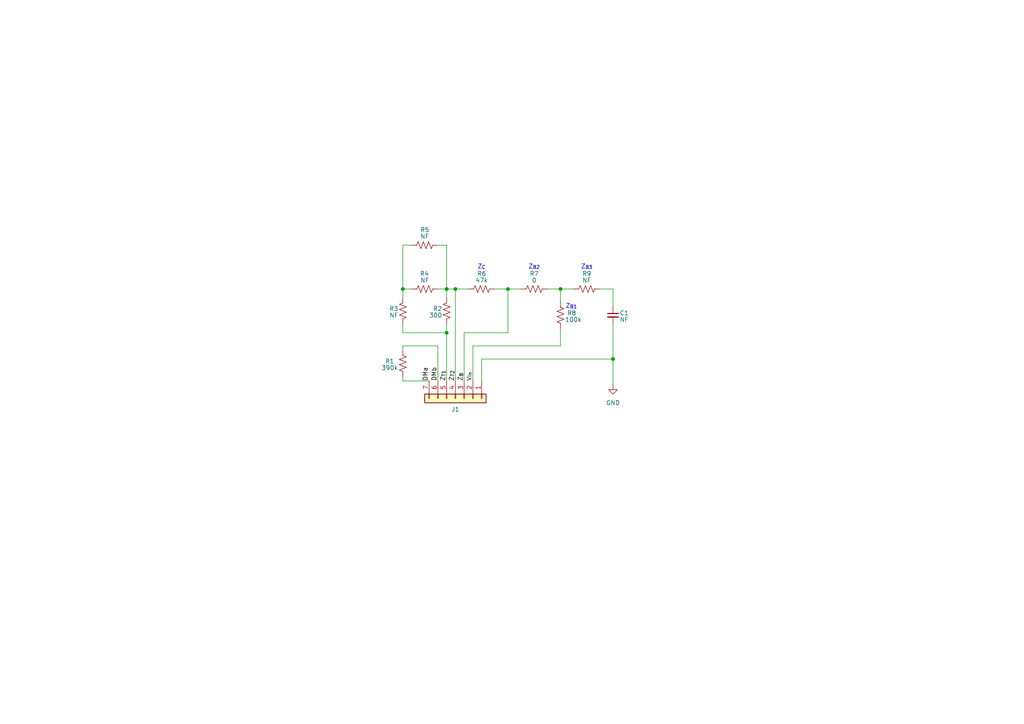
<source format=kicad_sch>
(kicad_sch (version 20231120) (generator "eeschema") (generator_version "8.0")
  (paper "A4")
  (lib_symbols
    (symbol "Connector_Generic:Conn_01x07" (pin_names (offset 1.016) hide)
      (property "Reference" "J" (at 0 10.16 0))
      (property "Value" "Conn_01x07" (at 0 -10.16 0))
      (symbol "Conn_01x07_1_1"
        (rectangle (start -1.27 -7.493) (end 0 -7.747) (stroke (width 0.1524)))
        (rectangle (start -1.27 -4.953) (end 0 -5.207) (stroke (width 0.1524)))
        (rectangle (start -1.27 -2.413) (end 0 -2.667) (stroke (width 0.1524)))
        (rectangle (start -1.27 0.127) (end 0 -0.127) (stroke (width 0.1524)))
        (rectangle (start -1.27 2.667) (end 0 2.413) (stroke (width 0.1524)))
        (rectangle (start -1.27 5.207) (end 0 4.953) (stroke (width 0.1524)))
        (rectangle (start -1.27 7.747) (end 0 7.493) (stroke (width 0.1524)))
        (rectangle (start -1.27 8.89) (end 1.27 -8.89) (stroke (width 0.254)) (fill (type background)))
        (pin passive line (at -5.08 7.62 0) (length 3.81) (name "Pin_1") (number "1"))
        (pin passive line (at -5.08 5.08 0) (length 3.81) (name "Pin_2") (number "2"))
        (pin passive line (at -5.08 2.54 0) (length 3.81) (name "Pin_3") (number "3"))
        (pin passive line (at -5.08 0 0) (length 3.81) (name "Pin_4") (number "4"))
        (pin passive line (at -5.08 -2.54 0) (length 3.81) (name "Pin_5") (number "5"))
        (pin passive line (at -5.08 -5.08 0) (length 3.81) (name "Pin_6") (number "6"))
        (pin passive line (at -5.08 -7.62 0) (length 3.81) (name "Pin_7") (number "7"))
      )
    )
    (symbol "Device:C_Small" (pin_numbers hide) (pin_names (offset 0.254) hide)
      (property "Reference" "C" (at 0.254 1.778 0))
      (property "Value" "C_Small" (at 0.254 -2.032 0))
      (symbol "C_Small_0_1"
        (polyline (pts (xy -1.524 -0.508) (xy 1.524 -0.508)) (stroke (width 0.3302)))
        (polyline (pts (xy -1.524 0.508) (xy 1.524 0.508)) (stroke (width 0.3048)))
      )
      (symbol "C_Small_1_1"
        (pin passive line (at 0 2.54 270) (length 2.032) (name "~") (number "1"))
        (pin passive line (at 0 -2.54 90) (length 2.032) (name "~") (number "2"))
      )
    )
    (symbol "Device:R_US" (pin_numbers hide) (pin_names (offset 0))
      (property "Reference" "R" (at 2.54 0 90))
      (property "Value" "R_US" (at -2.54 0 90))
      (symbol "R_US_0_1"
        (polyline (pts (xy 0 -2.286) (xy 0 -2.54)))
        (polyline (pts (xy 0 2.286) (xy 0 2.54)))
        (polyline (pts (xy 0 -0.762) (xy 1.016 -1.143) (xy 0 -1.524) (xy -1.016 -1.905) (xy 0 -2.286)))
        (polyline (pts (xy 0 0.762) (xy 1.016 0.381) (xy 0 0) (xy -1.016 -0.381) (xy 0 -0.762)))
        (polyline (pts (xy 0 2.286) (xy 1.016 1.905) (xy 0 1.524) (xy -1.016 1.143) (xy 0 0.762)))
      )
      (symbol "R_US_1_1"
        (pin passive line (at 0 3.81 270) (length 1.27) (name "~") (number "1"))
        (pin passive line (at 0 -3.81 90) (length 1.27) (name "~") (number "2"))
      )
    )
    (symbol "power:GND" (power) (pin_numbers hide) (pin_names (offset 0) hide)
      (property "Value" "GND" (at 0 -3.81 0))
      (symbol "GND_0_1"
        (polyline (pts (xy 0 0) (xy 0 -1.27) (xy 1.27 -1.27) (xy 0 -2.54) (xy -1.27 -1.27) (xy 0 -1.27)))
      )
      (symbol "GND_1_1"
        (pin power_in line (at 0 0 270) (length 0) (name "~") (number "1"))
      )
    )
  )
  (junction (at 162.56 83.82))
  (junction (at 116.84 83.82))
  (junction (at 129.54 83.82))
  (junction (at 129.54 96.52))
  (junction (at 132.08 83.82))
  (junction (at 177.8 104.14))
  (junction (at 147.32 83.82))
  (wire (pts (xy 129.54 93.98) (xy 129.54 96.52)))
  (wire (pts (xy 177.8 104.14) (xy 177.8 111.76)))
  (wire (pts (xy 116.84 101.6) (xy 116.84 100.33)))
  (wire (pts (xy 127 100.33) (xy 127 110.49)))
  (wire (pts (xy 147.32 96.52) (xy 134.62 96.52)))
  (wire (pts (xy 116.84 96.52) (xy 129.54 96.52)))
  (wire (pts (xy 116.84 100.33) (xy 127 100.33)))
  (wire (pts (xy 162.56 83.82) (xy 162.56 87.63)))
  (wire (pts (xy 116.84 110.49) (xy 116.84 109.22)))
  (wire (pts (xy 147.32 83.82) (xy 151.13 83.82)))
  (wire (pts (xy 139.7 104.14) (xy 139.7 110.49)))
  (wire (pts (xy 177.8 83.82) (xy 173.99 83.82)))
  (wire (pts (xy 137.16 100.33) (xy 162.56 100.33)))
  (wire (pts (xy 127 83.82) (xy 129.54 83.82)))
  (wire (pts (xy 116.84 71.12) (xy 119.38 71.12)))
  (wire (pts (xy 162.56 83.82) (xy 166.37 83.82)))
  (wire (pts (xy 116.84 71.12) (xy 116.84 83.82)))
  (wire (pts (xy 177.8 104.14) (xy 139.7 104.14)))
  (wire (pts (xy 143.51 83.82) (xy 147.32 83.82)))
  (wire (pts (xy 129.54 83.82) (xy 132.08 83.82)))
  (wire (pts (xy 177.8 88.9) (xy 177.8 83.82)))
  (wire (pts (xy 132.08 83.82) (xy 135.89 83.82)))
  (wire (pts (xy 162.56 95.25) (xy 162.56 100.33)))
  (wire (pts (xy 132.08 83.82) (xy 132.08 110.49)))
  (wire (pts (xy 134.62 96.52) (xy 134.62 110.49)))
  (wire (pts (xy 129.54 71.12) (xy 127 71.12)))
  (wire (pts (xy 129.54 71.12) (xy 129.54 83.82)))
  (wire (pts (xy 147.32 83.82) (xy 147.32 96.52)))
  (wire (pts (xy 158.75 83.82) (xy 162.56 83.82)))
  (wire (pts (xy 129.54 96.52) (xy 129.54 110.49)))
  (wire (pts (xy 116.84 93.98) (xy 116.84 96.52)))
  (wire (pts (xy 116.84 83.82) (xy 119.38 83.82)))
  (wire (pts (xy 129.54 83.82) (xy 129.54 86.36)))
  (wire (pts (xy 116.84 110.49) (xy 124.46 110.49)))
  (wire (pts (xy 137.16 110.49) (xy 137.16 100.33)))
  (wire (pts (xy 116.84 83.82) (xy 116.84 86.36)))
  (wire (pts (xy 177.8 93.98) (xy 177.8 104.14)))
  (text "Z_{C}" (at 139.7 77.47 0) (effects (font (size 1.27 1.27))))
  (text "Z_{B2}" (at 154.94 77.47 0) (effects (font (size 1.27 1.27))))
  (text "Z_{B3}" (at 170.18 77.47 0) (effects (font (size 1.27 1.27))))
  (text "Z_{B1}" (at 165.735 88.9 0) (effects (font (size 1.27 1.27))))
  (label "V_{in}" (at 137.16 110.49 90))
  (label "DMa" (at 124.46 110.49 90))
  (label "Z_{T1}" (at 129.54 110.49 90))
  (label "Z_{B}" (at 134.62 110.49 90))
  (label "DMb" (at 127 110.49 90))
  (label "Z_{T2}" (at 132.08 110.49 90))
  (symbol (lib_id "Device:R_US") (at 116.84 90.17 0) (mirror y) (unit 1)
    (property "Reference" "R3" (at 115.57 89.535 0) (effects (justify left)))
    (property "Value" "NF" (at 115.57 91.44 0) (effects (justify left)))
    (property "Footprint" "Resistor_SMD:R_0805_2012Metric" (effects (hide yes)))
    (property "Description" "Resistor, US symbol" (effects (hide yes)))
  )
  (symbol (lib_id "Device:R_US") (at 116.84 105.41 180) (unit 1)
    (property "Reference" "R1" (at 113.03 104.775 0))
    (property "Value" "390k" (at 113.03 106.68 0))
    (property "Footprint" "Resistor_SMD:R_0805_2012Metric" (effects (hide yes)))
    (property "Description" "Resistor, US symbol" (effects (hide yes)))
  )
  (symbol (lib_id "Device:R_US") (at 129.54 90.17 0) (mirror y) (unit 1)
    (property "Reference" "R2" (at 128.27 89.535 0) (effects (justify left)))
    (property "Value" "300" (at 128.27 91.44 0) (effects (justify left)))
    (property "Footprint" "Resistor_SMD:R_0805_2012Metric" (effects (hide yes)))
    (property "Description" "Resistor, US symbol" (effects (hide yes)))
  )
  (symbol (lib_id "Device:C_Small") (at 177.8 91.44 0) (unit 1)
    (property "Reference" "C1" (at 179.705 90.805 0) (effects (justify left)))
    (property "Value" "NF" (at 179.705 92.71 0) (effects (justify left)))
    (property "Footprint" "Capacitor_SMD:C_0805_2012Metric" (effects (hide yes)))
    (property "Description" "Unpolarized capacitor, small symbol" (effects (hide yes)))
  )
  (symbol (lib_id "Device:R_US") (at 154.94 83.82 90) (unit 1)
    (property "Reference" "R7" (at 154.94 79.375 90))
    (property "Value" "0" (at 154.94 81.28 90))
    (property "Footprint" "Resistor_SMD:R_0805_2012Metric" (effects (hide yes)))
    (property "Description" "Resistor, US symbol" (effects (hide yes)))
  )
  (symbol (lib_id "Connector_Generic:Conn_01x07") (at 132.08 115.57 270) (unit 1)
    (property "Reference" "J1" (at 132.08 118.745 90))
    (property "Value" "Conn_01x07" (effects (hide yes)))
    (property "Footprint" "Connector_PinHeader_2.54mm:PinHeader_1x07_P2.54mm_Horizontal" (effects (hide yes)))
    (property "Description" "Generic connector, single row, 01x07, script generated (kicad-library-utils/schlib/autogen/connector/)" (effects (hide yes)))
  )
  (symbol (lib_id "Device:R_US") (at 123.19 83.82 90) (unit 1)
    (property "Reference" "R4" (at 124.46 79.375 90) (effects (justify left)))
    (property "Value" "NF" (at 123.19 81.28 90))
    (property "Footprint" "Resistor_SMD:R_0805_2012Metric" (effects (hide yes)))
    (property "Description" "Resistor, US symbol" (effects (hide yes)))
  )
  (symbol (lib_id "Device:R_US") (at 170.18 83.82 90) (unit 1)
    (property "Reference" "R9" (at 170.18 79.375 90))
    (property "Value" "NF" (at 170.18 81.28 90))
    (property "Footprint" "Resistor_SMD:R_0805_2012Metric" (effects (hide yes)))
    (property "Description" "Resistor, US symbol" (effects (hide yes)))
  )
  (symbol (lib_id "power:GND") (at 177.8 111.76 0) (unit 1)
    (property "Reference" "#PWR01" (effects (hide yes)))
    (property "Value" "GND" (at 177.8 116.84 0))
    (property "Description" "Power symbol creates a global label with name \"GND\" , ground" (effects (hide yes)))
  )
  (symbol (lib_id "Device:R_US") (at 139.7 83.82 90) (unit 1)
    (property "Reference" "R6" (at 139.7 79.375 90))
    (property "Value" "47k" (at 139.7 81.28 90))
    (property "Footprint" "Resistor_SMD:R_0805_2012Metric" (effects (hide yes)))
    (property "Description" "Resistor, US symbol" (effects (hide yes)))
  )
  (symbol (lib_id "Device:R_US") (at 123.19 71.12 90) (unit 1)
    (property "Reference" "R5" (at 123.19 66.675 90))
    (property "Value" "NF" (at 123.19 68.58 90))
    (property "Footprint" "Resistor_SMD:R_0805_2012Metric" (effects (hide yes)))
    (property "Description" "Resistor, US symbol" (effects (hide yes)))
  )
  (symbol (lib_id "Device:R_US") (at 162.56 91.44 0) (unit 1)
    (property "Reference" "R8" (at 164.465 90.805 0) (effects (justify left)))
    (property "Value" "100k" (at 163.83 92.71 0) (effects (justify left)))
    (property "Footprint" "Resistor_SMD:R_0805_2012Metric" (effects (hide yes)))
    (property "Description" "Resistor, US symbol" (effects (hide yes)))
  )
)
</source>
